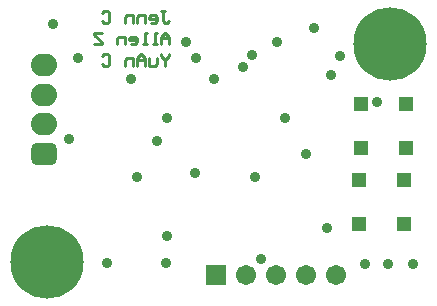
<source format=gbs>
G04*
G04 #@! TF.GenerationSoftware,Altium Limited,Altium Designer,21.4.1 (30)*
G04*
G04 Layer_Color=16711935*
%FSLAX25Y25*%
%MOIN*%
G70*
G04*
G04 #@! TF.SameCoordinates,04E98196-19A4-425A-B086-7B381303791D*
G04*
G04*
G04 #@! TF.FilePolarity,Negative*
G04*
G01*
G75*
%ADD37C,0.24422*%
G04:AMPARAMS|DCode=38|XSize=74.93mil|YSize=86.74mil|CornerRadius=20.73mil|HoleSize=0mil|Usage=FLASHONLY|Rotation=90.000|XOffset=0mil|YOffset=0mil|HoleType=Round|Shape=RoundedRectangle|*
%AMROUNDEDRECTD38*
21,1,0.07493,0.04528,0,0,90.0*
21,1,0.03347,0.08674,0,0,90.0*
1,1,0.04146,0.02264,0.01673*
1,1,0.04146,0.02264,-0.01673*
1,1,0.04146,-0.02264,-0.01673*
1,1,0.04146,-0.02264,0.01673*
%
%ADD38ROUNDEDRECTD38*%
%ADD39O,0.08674X0.07493*%
%ADD40C,0.06706*%
%ADD41R,0.06706X0.06706*%
%ADD42C,0.03556*%
%ADD44C,0.01000*%
%ADD52R,0.04816X0.04816*%
D37*
X13669Y13669D02*
D03*
X127905Y86409D02*
D03*
D38*
X12693Y49795D02*
D03*
D39*
Y59638D02*
D03*
Y69480D02*
D03*
Y79323D02*
D03*
D40*
X109827Y9276D02*
D03*
X99827D02*
D03*
X89827D02*
D03*
X79827D02*
D03*
D41*
X69827D02*
D03*
D42*
X20992Y54677D02*
D03*
X79087Y78598D02*
D03*
X84945Y14646D02*
D03*
X102520Y91780D02*
D03*
X62976Y43449D02*
D03*
X92945Y61858D02*
D03*
X83102Y42173D02*
D03*
X63417Y81543D02*
D03*
X53575Y61858D02*
D03*
Y22488D02*
D03*
X43732Y42173D02*
D03*
X24047Y81543D02*
D03*
X90315Y86898D02*
D03*
X111278Y82210D02*
D03*
X108418Y76075D02*
D03*
X123512Y66882D02*
D03*
X50283Y54189D02*
D03*
X15623Y93012D02*
D03*
X60047Y86898D02*
D03*
X33686Y13437D02*
D03*
X53213D02*
D03*
X106913Y24898D02*
D03*
X119606Y13181D02*
D03*
X41496Y74693D02*
D03*
X135716Y13181D02*
D03*
X127417D02*
D03*
X69323Y74693D02*
D03*
X82067Y82733D02*
D03*
X100079Y49795D02*
D03*
D44*
X51542Y97292D02*
X52853D01*
X52197D01*
Y94012D01*
X52853Y93356D01*
X53509D01*
X54165Y94012D01*
X48262Y93356D02*
X49574D01*
X50230Y94012D01*
Y95324D01*
X49574Y95980D01*
X48262D01*
X47606Y95324D01*
Y94668D01*
X50230D01*
X46294Y93356D02*
Y95980D01*
X44326D01*
X43670Y95324D01*
Y93356D01*
X42358D02*
Y95980D01*
X40390D01*
X39734Y95324D01*
Y93356D01*
X31863Y96636D02*
X32519Y97292D01*
X33831D01*
X34487Y96636D01*
Y94012D01*
X33831Y93356D01*
X32519D01*
X31863Y94012D01*
X54165Y86233D02*
Y88857D01*
X52853Y90169D01*
X51542Y88857D01*
Y86233D01*
Y88201D01*
X54165D01*
X50230Y86233D02*
X48918D01*
X49574D01*
Y90169D01*
X50230D01*
X46950Y86233D02*
X45638D01*
X46294D01*
Y90169D01*
X46950D01*
X41702Y86233D02*
X43014D01*
X43670Y86889D01*
Y88201D01*
X43014Y88857D01*
X41702D01*
X41046Y88201D01*
Y87545D01*
X43670D01*
X39734Y86233D02*
Y88857D01*
X37766D01*
X37110Y88201D01*
Y86233D01*
X31863Y90169D02*
X29239D01*
Y89513D01*
X31863Y86889D01*
Y86233D01*
X29239D01*
X54165Y83046D02*
Y82390D01*
X52853Y81078D01*
X51542Y82390D01*
Y83046D01*
X52853Y81078D02*
Y79110D01*
X50230Y81734D02*
Y79766D01*
X49574Y79110D01*
X47606D01*
Y81734D01*
X46294Y79110D02*
Y81734D01*
X44982Y83046D01*
X43670Y81734D01*
Y79110D01*
Y81078D01*
X46294D01*
X42358Y79110D02*
Y81734D01*
X40390D01*
X39734Y81078D01*
Y79110D01*
X31863Y82390D02*
X32519Y83046D01*
X33831D01*
X34487Y82390D01*
Y79766D01*
X33831Y79110D01*
X32519D01*
X31863Y79766D01*
D52*
X118276Y66236D02*
D03*
Y51748D02*
D03*
X133276Y66236D02*
D03*
Y51748D02*
D03*
X132653Y26520D02*
D03*
Y41008D02*
D03*
X117654Y26520D02*
D03*
Y41008D02*
D03*
M02*

</source>
